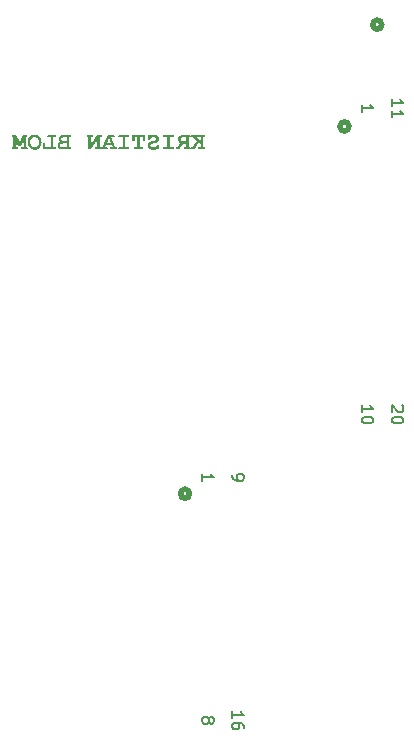
<source format=gbo>
G04 #@! TF.GenerationSoftware,KiCad,Pcbnew,7.0.8-7.0.8~ubuntu22.04.1*
G04 #@! TF.CreationDate,2024-01-26T15:23:50+01:00*
G04 #@! TF.ProjectId,bogie,626f6769-652e-46b6-9963-61645f706362,rev?*
G04 #@! TF.SameCoordinates,Original*
G04 #@! TF.FileFunction,Legend,Bot*
G04 #@! TF.FilePolarity,Positive*
%FSLAX46Y46*%
G04 Gerber Fmt 4.6, Leading zero omitted, Abs format (unit mm)*
G04 Created by KiCad (PCBNEW 7.0.8-7.0.8~ubuntu22.04.1) date 2024-01-26 15:23:50*
%MOMM*%
%LPD*%
G01*
G04 APERTURE LIST*
%ADD10C,0.300000*%
%ADD11C,0.150000*%
%ADD12C,0.508000*%
%ADD13C,1.397000*%
%ADD14R,1.700000X1.700000*%
%ADD15O,1.700000X1.700000*%
%ADD16C,3.500000*%
%ADD17C,1.600200*%
%ADD18C,1.524000*%
G04 APERTURE END LIST*
D10*
G36*
X93616765Y-44114748D02*
G01*
X93599907Y-44115160D01*
X93584136Y-44116397D01*
X93569453Y-44118458D01*
X93549467Y-44123095D01*
X93531929Y-44129586D01*
X93516838Y-44137932D01*
X93504194Y-44148133D01*
X93493997Y-44160189D01*
X93486248Y-44174099D01*
X93480945Y-44189864D01*
X93478090Y-44207484D01*
X93477547Y-44220261D01*
X93478770Y-44239117D01*
X93482441Y-44256119D01*
X93488559Y-44271266D01*
X93497124Y-44284558D01*
X93508137Y-44295996D01*
X93521596Y-44305578D01*
X93537503Y-44313306D01*
X93555857Y-44319180D01*
X93576658Y-44323198D01*
X93591885Y-44324847D01*
X93608200Y-44325671D01*
X93616765Y-44325774D01*
X93690771Y-44325774D01*
X93690771Y-44640115D01*
X93314881Y-44317348D01*
X93330251Y-44310335D01*
X93343572Y-44301938D01*
X93354843Y-44292154D01*
X93366051Y-44277978D01*
X93374056Y-44261636D01*
X93378155Y-44247004D01*
X93380204Y-44230987D01*
X93380460Y-44222459D01*
X93379236Y-44203210D01*
X93375566Y-44185854D01*
X93369448Y-44170392D01*
X93360882Y-44156823D01*
X93349870Y-44145147D01*
X93336410Y-44135365D01*
X93320504Y-44127476D01*
X93302150Y-44121480D01*
X93281349Y-44117378D01*
X93266122Y-44115695D01*
X93249807Y-44114853D01*
X93241242Y-44114748D01*
X93030216Y-44114748D01*
X93013357Y-44115160D01*
X92997587Y-44116397D01*
X92982903Y-44118458D01*
X92962918Y-44123095D01*
X92945380Y-44129586D01*
X92930289Y-44137932D01*
X92917645Y-44148133D01*
X92907448Y-44160189D01*
X92899699Y-44174099D01*
X92894396Y-44189864D01*
X92891541Y-44207484D01*
X92890997Y-44220261D01*
X92892147Y-44239117D01*
X92895596Y-44256119D01*
X92901343Y-44271266D01*
X92909390Y-44284558D01*
X92919736Y-44295996D01*
X92932381Y-44305578D01*
X92947325Y-44313306D01*
X92964568Y-44319180D01*
X92984110Y-44323198D01*
X93005951Y-44325362D01*
X93021789Y-44325774D01*
X93392916Y-44648541D01*
X93367567Y-44663060D01*
X93355046Y-44671110D01*
X93342627Y-44679688D01*
X93330311Y-44688793D01*
X93318097Y-44698425D01*
X93305985Y-44708585D01*
X93293975Y-44719272D01*
X93282068Y-44730487D01*
X93270263Y-44742229D01*
X93258561Y-44754498D01*
X93246960Y-44767295D01*
X93235462Y-44780619D01*
X93224067Y-44794470D01*
X93212774Y-44808849D01*
X93201583Y-44823755D01*
X93190494Y-44839188D01*
X93179508Y-44855149D01*
X93168624Y-44871637D01*
X93157842Y-44888653D01*
X93147163Y-44906196D01*
X93136586Y-44924266D01*
X93126111Y-44942864D01*
X93115739Y-44961989D01*
X93105469Y-44981641D01*
X93095301Y-45001821D01*
X93085236Y-45022528D01*
X93075273Y-45043762D01*
X93065412Y-45065524D01*
X93055654Y-45087813D01*
X93045998Y-45110630D01*
X93036444Y-45133974D01*
X92969033Y-45133974D01*
X92952130Y-45134386D01*
X92936318Y-45135622D01*
X92921596Y-45137683D01*
X92901558Y-45142320D01*
X92883974Y-45148811D01*
X92868843Y-45157158D01*
X92856166Y-45167359D01*
X92845942Y-45179414D01*
X92838172Y-45193325D01*
X92832856Y-45209090D01*
X92829993Y-45226710D01*
X92829448Y-45239487D01*
X92830675Y-45258343D01*
X92834355Y-45275344D01*
X92840490Y-45290491D01*
X92849077Y-45303784D01*
X92860119Y-45315221D01*
X92873614Y-45324804D01*
X92889562Y-45332532D01*
X92907965Y-45338405D01*
X92928821Y-45342424D01*
X92944088Y-45344072D01*
X92960445Y-45344896D01*
X92969033Y-45345000D01*
X93200942Y-45345000D01*
X93205588Y-45330973D01*
X93215011Y-45303390D01*
X93224605Y-45276433D01*
X93234371Y-45250104D01*
X93244309Y-45224401D01*
X93254418Y-45199325D01*
X93264699Y-45174876D01*
X93275152Y-45151054D01*
X93285776Y-45127858D01*
X93296573Y-45105290D01*
X93307541Y-45083348D01*
X93318680Y-45062033D01*
X93329992Y-45041345D01*
X93341475Y-45021283D01*
X93353130Y-45001849D01*
X93364957Y-44983041D01*
X93370935Y-44973872D01*
X93382937Y-44956100D01*
X93394949Y-44939234D01*
X93406969Y-44923276D01*
X93418997Y-44908225D01*
X93431034Y-44894081D01*
X93443080Y-44880845D01*
X93455134Y-44868516D01*
X93467197Y-44857094D01*
X93479268Y-44846580D01*
X93491348Y-44836972D01*
X93503437Y-44828273D01*
X93521586Y-44816924D01*
X93539754Y-44807618D01*
X93557942Y-44800352D01*
X93564009Y-44798384D01*
X93690771Y-44906095D01*
X93690771Y-45133974D01*
X93616765Y-45133974D01*
X93599907Y-45134386D01*
X93584136Y-45135622D01*
X93569453Y-45137683D01*
X93549467Y-45142320D01*
X93531929Y-45148811D01*
X93516838Y-45157158D01*
X93504194Y-45167359D01*
X93493997Y-45179414D01*
X93486248Y-45193325D01*
X93480945Y-45209090D01*
X93478090Y-45226710D01*
X93477547Y-45239487D01*
X93478770Y-45258343D01*
X93482441Y-45275344D01*
X93488559Y-45290491D01*
X93497124Y-45303784D01*
X93508137Y-45315221D01*
X93521596Y-45324804D01*
X93537503Y-45332532D01*
X93555857Y-45338405D01*
X93576658Y-45342424D01*
X93591885Y-45344072D01*
X93608200Y-45344896D01*
X93616765Y-45345000D01*
X93933304Y-45345000D01*
X93950162Y-45344587D01*
X93965933Y-45343351D01*
X93980616Y-45341290D01*
X94000602Y-45336653D01*
X94018140Y-45330162D01*
X94033231Y-45321816D01*
X94045875Y-45311615D01*
X94056072Y-45299559D01*
X94063821Y-45285648D01*
X94069123Y-45269883D01*
X94071978Y-45252264D01*
X94072522Y-45239487D01*
X94071299Y-45220630D01*
X94067628Y-45203629D01*
X94061510Y-45188482D01*
X94052945Y-45175190D01*
X94041932Y-45163752D01*
X94028473Y-45154170D01*
X94012566Y-45146442D01*
X93994212Y-45140568D01*
X93973411Y-45136550D01*
X93958184Y-45134901D01*
X93941869Y-45134077D01*
X93933304Y-45133974D01*
X93901796Y-45133974D01*
X93901796Y-44325774D01*
X93933304Y-44325774D01*
X93950162Y-44325362D01*
X93965933Y-44324125D01*
X93980616Y-44322065D01*
X94000602Y-44317428D01*
X94018140Y-44310936D01*
X94033231Y-44302590D01*
X94045875Y-44292389D01*
X94056072Y-44280333D01*
X94063821Y-44266423D01*
X94069123Y-44250658D01*
X94071978Y-44233038D01*
X94072522Y-44220261D01*
X94071961Y-44205578D01*
X94069682Y-44188947D01*
X94065650Y-44174230D01*
X94058497Y-44159096D01*
X94048820Y-44146718D01*
X94036618Y-44137096D01*
X94022047Y-44129502D01*
X94008212Y-44124373D01*
X93992838Y-44120335D01*
X93975926Y-44117389D01*
X93961288Y-44115818D01*
X93945666Y-44114945D01*
X93933304Y-44114748D01*
X93616765Y-44114748D01*
G37*
G36*
X92708088Y-44114945D02*
G01*
X92723710Y-44115818D01*
X92738347Y-44117389D01*
X92755259Y-44120335D01*
X92770633Y-44124373D01*
X92784468Y-44129502D01*
X92799040Y-44137096D01*
X92811242Y-44146718D01*
X92820919Y-44159096D01*
X92828071Y-44174230D01*
X92832104Y-44188947D01*
X92834383Y-44205578D01*
X92834944Y-44220261D01*
X92834400Y-44233038D01*
X92831545Y-44250658D01*
X92826243Y-44266423D01*
X92818493Y-44280333D01*
X92808296Y-44292389D01*
X92795653Y-44302590D01*
X92780561Y-44310936D01*
X92763023Y-44317428D01*
X92743038Y-44322065D01*
X92728355Y-44324125D01*
X92712584Y-44325362D01*
X92695725Y-44325774D01*
X92663852Y-44325774D01*
X92663852Y-45133974D01*
X92695725Y-45133974D01*
X92704290Y-45134077D01*
X92720605Y-45134901D01*
X92735832Y-45136550D01*
X92756633Y-45140568D01*
X92774987Y-45146442D01*
X92790894Y-45154170D01*
X92804354Y-45163752D01*
X92815366Y-45175190D01*
X92823931Y-45188482D01*
X92830049Y-45203629D01*
X92833720Y-45220630D01*
X92834944Y-45239487D01*
X92834400Y-45252264D01*
X92831545Y-45269883D01*
X92826243Y-45285648D01*
X92818493Y-45299559D01*
X92808296Y-45311615D01*
X92795653Y-45321816D01*
X92780561Y-45330162D01*
X92763023Y-45336653D01*
X92743038Y-45341290D01*
X92728355Y-45343351D01*
X92712584Y-45344587D01*
X92695725Y-45345000D01*
X92379187Y-45345000D01*
X92370599Y-45344896D01*
X92354241Y-45344072D01*
X92338974Y-45342424D01*
X92318118Y-45338405D01*
X92299716Y-45332532D01*
X92283767Y-45324804D01*
X92270272Y-45315221D01*
X92259231Y-45303784D01*
X92250643Y-45290491D01*
X92244509Y-45275344D01*
X92240829Y-45258343D01*
X92239602Y-45239487D01*
X92240147Y-45226710D01*
X92243010Y-45209090D01*
X92248326Y-45193325D01*
X92256096Y-45179414D01*
X92266319Y-45167359D01*
X92278996Y-45157158D01*
X92294127Y-45148811D01*
X92311711Y-45142320D01*
X92331750Y-45137683D01*
X92346471Y-45135622D01*
X92362284Y-45134386D01*
X92379187Y-45133974D01*
X92452826Y-45133974D01*
X92452826Y-44876420D01*
X92250226Y-44876420D01*
X92241590Y-44879831D01*
X92227846Y-44886752D01*
X92213155Y-44895837D01*
X92197517Y-44907085D01*
X92180933Y-44920498D01*
X92169351Y-44930642D01*
X92157349Y-44941747D01*
X92144925Y-44953814D01*
X92132081Y-44966843D01*
X92118816Y-44980833D01*
X92105130Y-44995786D01*
X92091024Y-45011700D01*
X92076497Y-45028575D01*
X92061549Y-45046413D01*
X92046515Y-45064752D01*
X92031822Y-45083135D01*
X92017469Y-45101560D01*
X92003457Y-45120029D01*
X91989786Y-45138540D01*
X91976455Y-45157095D01*
X91963465Y-45175692D01*
X91950815Y-45194332D01*
X91938506Y-45213015D01*
X91926538Y-45231741D01*
X91914910Y-45250510D01*
X91903623Y-45269322D01*
X91892676Y-45288177D01*
X91882070Y-45307075D01*
X91871805Y-45326016D01*
X91861880Y-45345000D01*
X91695184Y-45345000D01*
X91686619Y-45344896D01*
X91670305Y-45344072D01*
X91655078Y-45342424D01*
X91634276Y-45338405D01*
X91615922Y-45332532D01*
X91600016Y-45324804D01*
X91586556Y-45315221D01*
X91575544Y-45303784D01*
X91566978Y-45290491D01*
X91560860Y-45275344D01*
X91557190Y-45258343D01*
X91555966Y-45239487D01*
X91556510Y-45226710D01*
X91559365Y-45209090D01*
X91564667Y-45193325D01*
X91572417Y-45179414D01*
X91582613Y-45167359D01*
X91595257Y-45157158D01*
X91610348Y-45148811D01*
X91627886Y-45142320D01*
X91647872Y-45137683D01*
X91662555Y-45135622D01*
X91678326Y-45134386D01*
X91695184Y-45133974D01*
X91722662Y-45133974D01*
X91730730Y-45121256D01*
X91738813Y-45108705D01*
X91746913Y-45096318D01*
X91755028Y-45084097D01*
X91771305Y-45060150D01*
X91787646Y-45036864D01*
X91804049Y-45014240D01*
X91820515Y-44992277D01*
X91837045Y-44970974D01*
X91853637Y-44950334D01*
X91870292Y-44930354D01*
X91887010Y-44911035D01*
X91903792Y-44892378D01*
X91920636Y-44874382D01*
X91937543Y-44857047D01*
X91954513Y-44840373D01*
X91971546Y-44824360D01*
X91988642Y-44809009D01*
X91974622Y-44801155D01*
X91961048Y-44793166D01*
X91947918Y-44785041D01*
X91935233Y-44776780D01*
X91911199Y-44759850D01*
X91888945Y-44742376D01*
X91868472Y-44724358D01*
X91849779Y-44705797D01*
X91832866Y-44686692D01*
X91817733Y-44667042D01*
X91804381Y-44646849D01*
X91792809Y-44626113D01*
X91783017Y-44604832D01*
X91775006Y-44583008D01*
X91768775Y-44560639D01*
X91764324Y-44537727D01*
X91761654Y-44514271D01*
X91760764Y-44490272D01*
X91760917Y-44484043D01*
X91984246Y-44484043D01*
X91984332Y-44488895D01*
X91986393Y-44507786D01*
X91991201Y-44525852D01*
X91998757Y-44543094D01*
X92009061Y-44559512D01*
X92018592Y-44571284D01*
X92029669Y-44582593D01*
X92042292Y-44593438D01*
X92056460Y-44603819D01*
X92072173Y-44613736D01*
X92083294Y-44619992D01*
X92100636Y-44628618D01*
X92118770Y-44636337D01*
X92137696Y-44643147D01*
X92157414Y-44649049D01*
X92177925Y-44654043D01*
X92199227Y-44658129D01*
X92213869Y-44660349D01*
X92228863Y-44662165D01*
X92244208Y-44663578D01*
X92259906Y-44664587D01*
X92275956Y-44665192D01*
X92292358Y-44665394D01*
X92452826Y-44665394D01*
X92452826Y-44325774D01*
X92216521Y-44325774D01*
X92204020Y-44325952D01*
X92185789Y-44326883D01*
X92168184Y-44328613D01*
X92151202Y-44331142D01*
X92134846Y-44334470D01*
X92119114Y-44338595D01*
X92104007Y-44343520D01*
X92089524Y-44349243D01*
X92075667Y-44355764D01*
X92062433Y-44363085D01*
X92049825Y-44371203D01*
X92034455Y-44382904D01*
X92021134Y-44395292D01*
X92009863Y-44408366D01*
X92000641Y-44422128D01*
X91993468Y-44436576D01*
X91988345Y-44451712D01*
X91985271Y-44467534D01*
X91984246Y-44484043D01*
X91760917Y-44484043D01*
X91761270Y-44469678D01*
X91762790Y-44449571D01*
X91765323Y-44429950D01*
X91768869Y-44410816D01*
X91773429Y-44392169D01*
X91779002Y-44374008D01*
X91785588Y-44356334D01*
X91793187Y-44339146D01*
X91801799Y-44322445D01*
X91811425Y-44306231D01*
X91822064Y-44290503D01*
X91833716Y-44275262D01*
X91846381Y-44260507D01*
X91860060Y-44246239D01*
X91874752Y-44232457D01*
X91890457Y-44219162D01*
X91906962Y-44206518D01*
X91924053Y-44194690D01*
X91941732Y-44183678D01*
X91959997Y-44173481D01*
X91978849Y-44164100D01*
X91998288Y-44155535D01*
X92018313Y-44147785D01*
X92038926Y-44140852D01*
X92060125Y-44134734D01*
X92081911Y-44129431D01*
X92104283Y-44124945D01*
X92127242Y-44121274D01*
X92150788Y-44118419D01*
X92174921Y-44116380D01*
X92199641Y-44115156D01*
X92224947Y-44114748D01*
X92695725Y-44114748D01*
X92708088Y-44114945D01*
G37*
G36*
X90630530Y-45133974D02*
G01*
X90614169Y-45134323D01*
X90598794Y-45135370D01*
X90580958Y-45137662D01*
X90564662Y-45141045D01*
X90549903Y-45145519D01*
X90534224Y-45152328D01*
X90527215Y-45156322D01*
X90515013Y-45165943D01*
X90505336Y-45178321D01*
X90498184Y-45193455D01*
X90494151Y-45208172D01*
X90491872Y-45224803D01*
X90491311Y-45239487D01*
X90492535Y-45258343D01*
X90496206Y-45275344D01*
X90502324Y-45290491D01*
X90510889Y-45303784D01*
X90521901Y-45315221D01*
X90535361Y-45324804D01*
X90551268Y-45332532D01*
X90569622Y-45338405D01*
X90590423Y-45342424D01*
X90605650Y-45344072D01*
X90621965Y-45344896D01*
X90630530Y-45345000D01*
X91268004Y-45345000D01*
X91284862Y-45344587D01*
X91300633Y-45343351D01*
X91315316Y-45341290D01*
X91335302Y-45336653D01*
X91352840Y-45330162D01*
X91367931Y-45321816D01*
X91380575Y-45311615D01*
X91390771Y-45299559D01*
X91398521Y-45285648D01*
X91403823Y-45269883D01*
X91406678Y-45252264D01*
X91407222Y-45239487D01*
X91406661Y-45224803D01*
X91404382Y-45208172D01*
X91400350Y-45193455D01*
X91393197Y-45178321D01*
X91383520Y-45165943D01*
X91371318Y-45156322D01*
X91356747Y-45148727D01*
X91342912Y-45143598D01*
X91327538Y-45139561D01*
X91310626Y-45136614D01*
X91295988Y-45135043D01*
X91280366Y-45134170D01*
X91268004Y-45133974D01*
X91054780Y-45133974D01*
X91054780Y-44325774D01*
X91268004Y-44325774D01*
X91284862Y-44325362D01*
X91300633Y-44324125D01*
X91315316Y-44322065D01*
X91335302Y-44317428D01*
X91352840Y-44310936D01*
X91367931Y-44302590D01*
X91380575Y-44292389D01*
X91390771Y-44280333D01*
X91398521Y-44266423D01*
X91403823Y-44250658D01*
X91406678Y-44233038D01*
X91407222Y-44220261D01*
X91406661Y-44205578D01*
X91404382Y-44188947D01*
X91400350Y-44174230D01*
X91393197Y-44159096D01*
X91383520Y-44146718D01*
X91371318Y-44137096D01*
X91356747Y-44129502D01*
X91342912Y-44124373D01*
X91327538Y-44120335D01*
X91310626Y-44117389D01*
X91295988Y-44115818D01*
X91280366Y-44114945D01*
X91268004Y-44114748D01*
X90630530Y-44114748D01*
X90614169Y-44115097D01*
X90598794Y-44116145D01*
X90580958Y-44118437D01*
X90564662Y-44121819D01*
X90549903Y-44126293D01*
X90534224Y-44133103D01*
X90527215Y-44137096D01*
X90515013Y-44146718D01*
X90505336Y-44159096D01*
X90498184Y-44174230D01*
X90494151Y-44188947D01*
X90491872Y-44205578D01*
X90491311Y-44220261D01*
X90492535Y-44239117D01*
X90496206Y-44256119D01*
X90502324Y-44271266D01*
X90510889Y-44284558D01*
X90521901Y-44295996D01*
X90535361Y-44305578D01*
X90551268Y-44313306D01*
X90569622Y-44319180D01*
X90590423Y-44323198D01*
X90605650Y-44324847D01*
X90621965Y-44325671D01*
X90630530Y-44325774D01*
X90843754Y-44325774D01*
X90843754Y-45133974D01*
X90630530Y-45133974D01*
G37*
G36*
X89335799Y-44085073D02*
G01*
X89320715Y-44085634D01*
X89303743Y-44087913D01*
X89288865Y-44091945D01*
X89273774Y-44099098D01*
X89261697Y-44108775D01*
X89252634Y-44120976D01*
X89245786Y-44135548D01*
X89240355Y-44152335D01*
X89236911Y-44168016D01*
X89234452Y-44185236D01*
X89233192Y-44200120D01*
X89232563Y-44215988D01*
X89232484Y-44224291D01*
X89232484Y-44410038D01*
X89232887Y-44427163D01*
X89234098Y-44443182D01*
X89236116Y-44458097D01*
X89240656Y-44478398D01*
X89247012Y-44496214D01*
X89255185Y-44511543D01*
X89265173Y-44524386D01*
X89276978Y-44534744D01*
X89290598Y-44542616D01*
X89306035Y-44548002D01*
X89323288Y-44550902D01*
X89335799Y-44551454D01*
X89350954Y-44550810D01*
X89365700Y-44548704D01*
X89366573Y-44548524D01*
X89381250Y-44543962D01*
X89389654Y-44540097D01*
X89401683Y-44531149D01*
X89407606Y-44525076D01*
X89417287Y-44513537D01*
X89420429Y-44509323D01*
X89426949Y-44495790D01*
X89428855Y-44490638D01*
X89433134Y-44476180D01*
X89433984Y-44472686D01*
X89437404Y-44457675D01*
X89438381Y-44453635D01*
X89441171Y-44439038D01*
X89441311Y-44437515D01*
X89445902Y-44422053D01*
X89452165Y-44407359D01*
X89460099Y-44393431D01*
X89469705Y-44380271D01*
X89480982Y-44367877D01*
X89493931Y-44356251D01*
X89508551Y-44345392D01*
X89524842Y-44335300D01*
X89537959Y-44328294D01*
X89551616Y-44321977D01*
X89565814Y-44316350D01*
X89580553Y-44311411D01*
X89595833Y-44307162D01*
X89611654Y-44303602D01*
X89628016Y-44300731D01*
X89644918Y-44298549D01*
X89662362Y-44297056D01*
X89680347Y-44296252D01*
X89692637Y-44296099D01*
X89710930Y-44296508D01*
X89728714Y-44297734D01*
X89745989Y-44299779D01*
X89762756Y-44302642D01*
X89779014Y-44306322D01*
X89794763Y-44310820D01*
X89810003Y-44316137D01*
X89824735Y-44322271D01*
X89838957Y-44329223D01*
X89852671Y-44336993D01*
X89861531Y-44342627D01*
X89873971Y-44351534D01*
X89888654Y-44363982D01*
X89901162Y-44377083D01*
X89911495Y-44390836D01*
X89919652Y-44405241D01*
X89925634Y-44420299D01*
X89929441Y-44436010D01*
X89931072Y-44452373D01*
X89931140Y-44456566D01*
X89930053Y-44474009D01*
X89926790Y-44490432D01*
X89921352Y-44505836D01*
X89913738Y-44520222D01*
X89903949Y-44533589D01*
X89891985Y-44545936D01*
X89877846Y-44557265D01*
X89861531Y-44567575D01*
X89848211Y-44574618D01*
X89834492Y-44581184D01*
X89820373Y-44587274D01*
X89805855Y-44592888D01*
X89790938Y-44598025D01*
X89775622Y-44602685D01*
X89759906Y-44606869D01*
X89743791Y-44610577D01*
X89727277Y-44613807D01*
X89710363Y-44616561D01*
X89698866Y-44618133D01*
X89681299Y-44620433D01*
X89663360Y-44623074D01*
X89645046Y-44626057D01*
X89626360Y-44629381D01*
X89607299Y-44633047D01*
X89587866Y-44637053D01*
X89568058Y-44641402D01*
X89547878Y-44646091D01*
X89527323Y-44651122D01*
X89506395Y-44656494D01*
X89492236Y-44660265D01*
X89471297Y-44666163D01*
X89451209Y-44672453D01*
X89431971Y-44679137D01*
X89413582Y-44686214D01*
X89396044Y-44693683D01*
X89379356Y-44701545D01*
X89363518Y-44709800D01*
X89348530Y-44718448D01*
X89334392Y-44727489D01*
X89321104Y-44736922D01*
X89312718Y-44743429D01*
X89297634Y-44756096D01*
X89283523Y-44769275D01*
X89270385Y-44782967D01*
X89258221Y-44797170D01*
X89247030Y-44811887D01*
X89236811Y-44827115D01*
X89227567Y-44842856D01*
X89219295Y-44859109D01*
X89211996Y-44875874D01*
X89205671Y-44893152D01*
X89200318Y-44910942D01*
X89195939Y-44929245D01*
X89192533Y-44948060D01*
X89190100Y-44967387D01*
X89188640Y-44987226D01*
X89188154Y-45007578D01*
X89188673Y-45027894D01*
X89190232Y-45047718D01*
X89192829Y-45067049D01*
X89196466Y-45085888D01*
X89201141Y-45104235D01*
X89206855Y-45122090D01*
X89213609Y-45139452D01*
X89221401Y-45156322D01*
X89230233Y-45172700D01*
X89240103Y-45188585D01*
X89251012Y-45203978D01*
X89262961Y-45218879D01*
X89275948Y-45233287D01*
X89289974Y-45247203D01*
X89305040Y-45260627D01*
X89321144Y-45273558D01*
X89338097Y-45285803D01*
X89355708Y-45297258D01*
X89373978Y-45307922D01*
X89392906Y-45317797D01*
X89412492Y-45326882D01*
X89432736Y-45335176D01*
X89453639Y-45342681D01*
X89475200Y-45349396D01*
X89497420Y-45355321D01*
X89520297Y-45360455D01*
X89543833Y-45364800D01*
X89568028Y-45368355D01*
X89592880Y-45371120D01*
X89618391Y-45373095D01*
X89644561Y-45374280D01*
X89671388Y-45374675D01*
X89693197Y-45374353D01*
X89714842Y-45373387D01*
X89736325Y-45371777D01*
X89757644Y-45369523D01*
X89778800Y-45366625D01*
X89799793Y-45363083D01*
X89820623Y-45358897D01*
X89841290Y-45354067D01*
X89861793Y-45348593D01*
X89882134Y-45342475D01*
X89902311Y-45335713D01*
X89922325Y-45328307D01*
X89942176Y-45320257D01*
X89961864Y-45311563D01*
X89981388Y-45302225D01*
X90000750Y-45292243D01*
X90011283Y-45304093D01*
X90021816Y-45314362D01*
X90034982Y-45324978D01*
X90048148Y-45333124D01*
X90063948Y-45339641D01*
X90079747Y-45342604D01*
X90085013Y-45342801D01*
X90104263Y-45341578D01*
X90121618Y-45337907D01*
X90137081Y-45331789D01*
X90150650Y-45323224D01*
X90162326Y-45312211D01*
X90172108Y-45298752D01*
X90179997Y-45282845D01*
X90185993Y-45264491D01*
X90190095Y-45243690D01*
X90191778Y-45228463D01*
X90192619Y-45212148D01*
X90192725Y-45203583D01*
X90192725Y-45064364D01*
X90192364Y-45047506D01*
X90191282Y-45031735D01*
X90189479Y-45017052D01*
X90186210Y-45000227D01*
X90181815Y-44985102D01*
X90175053Y-44969196D01*
X90169644Y-44959951D01*
X90159602Y-44948123D01*
X90147061Y-44938742D01*
X90132021Y-44931808D01*
X90117579Y-44927899D01*
X90101403Y-44925690D01*
X90087212Y-44925146D01*
X90072277Y-44925872D01*
X90057411Y-44928276D01*
X90052407Y-44929542D01*
X90037936Y-44934672D01*
X90026029Y-44941999D01*
X90014575Y-44951618D01*
X90008077Y-44957752D01*
X89999407Y-44969736D01*
X89995621Y-44977903D01*
X89989828Y-44991727D01*
X89987927Y-44996953D01*
X89983519Y-45011219D01*
X89982798Y-45013806D01*
X89979501Y-45026263D01*
X89974715Y-45040287D01*
X89967685Y-45053786D01*
X89958412Y-45066757D01*
X89946894Y-45079202D01*
X89933133Y-45091121D01*
X89917127Y-45102512D01*
X89903650Y-45110710D01*
X89888911Y-45118612D01*
X89878384Y-45123715D01*
X89861939Y-45130852D01*
X89845167Y-45137287D01*
X89828065Y-45143019D01*
X89810635Y-45148050D01*
X89792877Y-45152379D01*
X89774790Y-45156006D01*
X89756375Y-45158930D01*
X89737631Y-45161153D01*
X89718559Y-45162674D01*
X89699159Y-45163493D01*
X89686043Y-45163649D01*
X89664255Y-45163240D01*
X89643131Y-45162013D01*
X89622670Y-45159969D01*
X89602872Y-45157106D01*
X89583738Y-45153426D01*
X89565267Y-45148927D01*
X89547459Y-45143611D01*
X89530315Y-45137477D01*
X89513834Y-45130525D01*
X89498016Y-45122755D01*
X89487840Y-45117121D01*
X89473501Y-45108213D01*
X89460573Y-45098939D01*
X89449055Y-45089297D01*
X89435891Y-45075870D01*
X89425235Y-45061791D01*
X89417087Y-45047059D01*
X89411445Y-45031675D01*
X89408311Y-45015638D01*
X89407606Y-45003182D01*
X89408579Y-44987737D01*
X89411499Y-44973094D01*
X89416364Y-44959252D01*
X89423176Y-44946212D01*
X89431935Y-44933973D01*
X89442640Y-44922536D01*
X89455291Y-44911900D01*
X89469888Y-44902065D01*
X89485756Y-44892940D01*
X89502219Y-44884617D01*
X89519278Y-44877095D01*
X89536933Y-44870375D01*
X89555182Y-44864456D01*
X89574027Y-44859338D01*
X89588551Y-44856026D01*
X89603410Y-44853164D01*
X89613503Y-44851507D01*
X89628994Y-44848993D01*
X89644968Y-44846260D01*
X89661426Y-44843309D01*
X89678366Y-44840138D01*
X89695790Y-44836749D01*
X89713696Y-44833140D01*
X89732086Y-44829312D01*
X89750958Y-44825266D01*
X89770313Y-44821001D01*
X89790152Y-44816516D01*
X89803646Y-44813405D01*
X89823599Y-44808506D01*
X89842792Y-44803427D01*
X89861226Y-44798168D01*
X89878899Y-44792728D01*
X89895813Y-44787108D01*
X89911966Y-44781308D01*
X89927360Y-44775327D01*
X89941994Y-44769166D01*
X89955868Y-44762825D01*
X89973184Y-44754090D01*
X89977302Y-44751856D01*
X89992050Y-44742920D01*
X90006205Y-44733424D01*
X90019768Y-44723368D01*
X90032738Y-44712752D01*
X90045116Y-44701575D01*
X90056901Y-44689839D01*
X90068093Y-44677541D01*
X90078694Y-44664684D01*
X90088701Y-44651266D01*
X90098117Y-44637288D01*
X90104064Y-44627658D01*
X90112380Y-44612852D01*
X90119877Y-44597832D01*
X90126556Y-44582601D01*
X90132418Y-44567157D01*
X90137461Y-44551500D01*
X90141687Y-44535631D01*
X90145095Y-44519549D01*
X90147685Y-44503255D01*
X90149457Y-44486748D01*
X90150411Y-44470029D01*
X90150593Y-44458764D01*
X90150082Y-44438916D01*
X90148549Y-44419489D01*
X90145995Y-44400482D01*
X90142418Y-44381897D01*
X90137820Y-44363731D01*
X90132200Y-44345987D01*
X90125558Y-44328664D01*
X90117895Y-44311761D01*
X90109209Y-44295279D01*
X90099502Y-44279217D01*
X90088773Y-44263577D01*
X90077022Y-44248357D01*
X90064249Y-44233558D01*
X90050455Y-44219179D01*
X90035639Y-44205222D01*
X90019801Y-44191685D01*
X90003153Y-44178775D01*
X89985998Y-44166698D01*
X89968336Y-44155453D01*
X89950169Y-44145042D01*
X89931494Y-44135464D01*
X89912313Y-44126718D01*
X89892625Y-44118805D01*
X89872431Y-44111726D01*
X89851730Y-44105479D01*
X89830522Y-44100065D01*
X89808808Y-44095484D01*
X89786587Y-44091736D01*
X89763859Y-44088821D01*
X89740625Y-44086739D01*
X89716885Y-44085489D01*
X89692637Y-44085073D01*
X89672503Y-44085345D01*
X89652767Y-44086160D01*
X89633428Y-44087520D01*
X89614487Y-44089423D01*
X89595944Y-44091871D01*
X89577799Y-44094862D01*
X89560052Y-44098396D01*
X89542703Y-44102475D01*
X89525751Y-44107098D01*
X89509198Y-44112264D01*
X89493042Y-44117974D01*
X89477284Y-44124228D01*
X89461924Y-44131026D01*
X89446961Y-44138367D01*
X89432397Y-44146253D01*
X89418230Y-44154682D01*
X89411911Y-44140596D01*
X89404538Y-44126408D01*
X89396111Y-44113156D01*
X89385578Y-44101034D01*
X89384525Y-44100094D01*
X89371164Y-44091542D01*
X89355937Y-44086848D01*
X89339724Y-44085131D01*
X89335799Y-44085073D01*
G37*
G36*
X88189078Y-45133974D02*
G01*
X88172176Y-45134386D01*
X88156363Y-45135622D01*
X88141641Y-45137683D01*
X88121603Y-45142320D01*
X88104019Y-45148811D01*
X88088888Y-45157158D01*
X88076211Y-45167359D01*
X88065987Y-45179414D01*
X88058218Y-45193325D01*
X88052901Y-45209090D01*
X88050039Y-45226710D01*
X88049494Y-45239487D01*
X88050720Y-45258343D01*
X88054401Y-45275344D01*
X88060535Y-45290491D01*
X88069123Y-45303784D01*
X88080164Y-45315221D01*
X88093659Y-45324804D01*
X88109608Y-45332532D01*
X88128010Y-45338405D01*
X88148866Y-45342424D01*
X88164133Y-45344072D01*
X88180491Y-45344896D01*
X88189078Y-45345000D01*
X88676343Y-45345000D01*
X88693201Y-45344587D01*
X88708972Y-45343351D01*
X88723655Y-45341290D01*
X88743641Y-45336653D01*
X88761179Y-45330162D01*
X88776270Y-45321816D01*
X88788914Y-45311615D01*
X88799111Y-45299559D01*
X88806860Y-45285648D01*
X88812162Y-45269883D01*
X88815017Y-45252264D01*
X88815561Y-45239487D01*
X88815000Y-45224803D01*
X88812721Y-45208172D01*
X88808689Y-45193455D01*
X88801536Y-45178321D01*
X88791859Y-45165943D01*
X88779658Y-45156322D01*
X88765086Y-45148727D01*
X88751251Y-45143598D01*
X88735877Y-45139561D01*
X88718965Y-45136614D01*
X88704327Y-45135043D01*
X88688705Y-45134170D01*
X88676343Y-45133974D01*
X88539323Y-45133974D01*
X88539323Y-44325774D01*
X88765003Y-44325774D01*
X88765003Y-44522145D01*
X88765415Y-44539004D01*
X88766652Y-44554775D01*
X88768712Y-44569458D01*
X88773349Y-44589443D01*
X88779841Y-44606982D01*
X88788187Y-44622073D01*
X88798388Y-44634716D01*
X88810444Y-44644913D01*
X88824354Y-44652663D01*
X88840119Y-44657965D01*
X88857739Y-44660820D01*
X88870516Y-44661364D01*
X88889372Y-44660140D01*
X88906374Y-44656469D01*
X88921521Y-44650351D01*
X88934813Y-44641786D01*
X88946250Y-44630774D01*
X88955833Y-44617314D01*
X88963561Y-44601407D01*
X88969434Y-44583053D01*
X88973453Y-44562252D01*
X88975101Y-44547025D01*
X88975926Y-44530711D01*
X88976029Y-44522145D01*
X88976029Y-44114748D01*
X87887194Y-44114748D01*
X87887194Y-44522145D01*
X87887543Y-44538506D01*
X87888591Y-44553882D01*
X87890883Y-44571717D01*
X87894265Y-44588014D01*
X87898739Y-44602772D01*
X87905549Y-44618451D01*
X87909542Y-44625460D01*
X87919164Y-44637662D01*
X87931541Y-44647339D01*
X87946675Y-44654492D01*
X87961393Y-44658524D01*
X87978024Y-44660803D01*
X87992707Y-44661364D01*
X88011563Y-44660140D01*
X88028565Y-44656469D01*
X88043712Y-44650351D01*
X88057004Y-44641786D01*
X88068441Y-44630774D01*
X88078024Y-44617314D01*
X88085752Y-44601407D01*
X88091625Y-44583053D01*
X88095644Y-44562252D01*
X88097293Y-44547025D01*
X88098117Y-44530711D01*
X88098220Y-44522145D01*
X88098220Y-44325774D01*
X88328297Y-44325774D01*
X88328297Y-45133974D01*
X88189078Y-45133974D01*
G37*
G36*
X86854047Y-45133974D02*
G01*
X86837686Y-45134323D01*
X86822311Y-45135370D01*
X86804475Y-45137662D01*
X86788179Y-45141045D01*
X86773420Y-45145519D01*
X86757741Y-45152328D01*
X86750732Y-45156322D01*
X86738531Y-45165943D01*
X86728853Y-45178321D01*
X86721701Y-45193455D01*
X86717669Y-45208172D01*
X86715390Y-45224803D01*
X86714829Y-45239487D01*
X86716052Y-45258343D01*
X86719723Y-45275344D01*
X86725841Y-45290491D01*
X86734406Y-45303784D01*
X86745419Y-45315221D01*
X86758878Y-45324804D01*
X86774785Y-45332532D01*
X86793139Y-45338405D01*
X86813940Y-45342424D01*
X86829167Y-45344072D01*
X86845482Y-45344896D01*
X86854047Y-45345000D01*
X87491521Y-45345000D01*
X87508379Y-45344587D01*
X87524150Y-45343351D01*
X87538833Y-45341290D01*
X87558819Y-45336653D01*
X87576357Y-45330162D01*
X87591448Y-45321816D01*
X87604092Y-45311615D01*
X87614289Y-45299559D01*
X87622038Y-45285648D01*
X87627340Y-45269883D01*
X87630195Y-45252264D01*
X87630739Y-45239487D01*
X87630178Y-45224803D01*
X87627899Y-45208172D01*
X87623867Y-45193455D01*
X87616714Y-45178321D01*
X87607037Y-45165943D01*
X87594836Y-45156322D01*
X87580264Y-45148727D01*
X87566429Y-45143598D01*
X87551055Y-45139561D01*
X87534143Y-45136614D01*
X87519505Y-45135043D01*
X87503883Y-45134170D01*
X87491521Y-45133974D01*
X87278297Y-45133974D01*
X87278297Y-44325774D01*
X87491521Y-44325774D01*
X87508379Y-44325362D01*
X87524150Y-44324125D01*
X87538833Y-44322065D01*
X87558819Y-44317428D01*
X87576357Y-44310936D01*
X87591448Y-44302590D01*
X87604092Y-44292389D01*
X87614289Y-44280333D01*
X87622038Y-44266423D01*
X87627340Y-44250658D01*
X87630195Y-44233038D01*
X87630739Y-44220261D01*
X87630178Y-44205578D01*
X87627899Y-44188947D01*
X87623867Y-44174230D01*
X87616714Y-44159096D01*
X87607037Y-44146718D01*
X87594836Y-44137096D01*
X87580264Y-44129502D01*
X87566429Y-44124373D01*
X87551055Y-44120335D01*
X87534143Y-44117389D01*
X87519505Y-44115818D01*
X87503883Y-44114945D01*
X87491521Y-44114748D01*
X86854047Y-44114748D01*
X86837686Y-44115097D01*
X86822311Y-44116145D01*
X86804475Y-44118437D01*
X86788179Y-44121819D01*
X86773420Y-44126293D01*
X86757741Y-44133103D01*
X86750732Y-44137096D01*
X86738531Y-44146718D01*
X86728853Y-44159096D01*
X86721701Y-44174230D01*
X86717669Y-44188947D01*
X86715390Y-44205578D01*
X86714829Y-44220261D01*
X86716052Y-44239117D01*
X86719723Y-44256119D01*
X86725841Y-44271266D01*
X86734406Y-44284558D01*
X86745419Y-44295996D01*
X86758878Y-44305578D01*
X86774785Y-44313306D01*
X86793139Y-44319180D01*
X86813940Y-44323198D01*
X86829167Y-44324847D01*
X86845482Y-44325671D01*
X86854047Y-44325774D01*
X87067271Y-44325774D01*
X87067271Y-45133974D01*
X86854047Y-45133974D01*
G37*
G36*
X86268146Y-44114935D02*
G01*
X86283811Y-44115765D01*
X86298526Y-44117259D01*
X86315583Y-44120061D01*
X86331155Y-44123900D01*
X86345243Y-44128776D01*
X86360188Y-44135997D01*
X86372763Y-44145323D01*
X86382736Y-44157636D01*
X86390108Y-44172937D01*
X86394264Y-44187971D01*
X86396613Y-44205080D01*
X86397191Y-44220261D01*
X86396638Y-44233038D01*
X86393738Y-44250658D01*
X86388352Y-44266423D01*
X86380480Y-44280333D01*
X86370123Y-44292389D01*
X86357279Y-44302590D01*
X86341950Y-44310936D01*
X86324135Y-44317428D01*
X86303834Y-44322065D01*
X86288919Y-44324125D01*
X86272899Y-44325362D01*
X86255774Y-44325774D01*
X86122784Y-44325774D01*
X86449947Y-45133974D01*
X86462319Y-45134160D01*
X86477984Y-45134990D01*
X86492699Y-45136485D01*
X86509756Y-45139286D01*
X86525328Y-45143125D01*
X86539416Y-45148001D01*
X86554361Y-45155223D01*
X86566936Y-45164548D01*
X86576910Y-45176861D01*
X86584281Y-45192163D01*
X86588437Y-45207196D01*
X86590786Y-45224305D01*
X86591364Y-45239487D01*
X86590820Y-45252264D01*
X86587965Y-45269883D01*
X86582663Y-45285648D01*
X86574913Y-45299559D01*
X86564716Y-45311615D01*
X86552073Y-45321816D01*
X86536982Y-45330162D01*
X86519443Y-45336653D01*
X86499458Y-45341290D01*
X86484775Y-45343351D01*
X86469004Y-45344587D01*
X86452145Y-45345000D01*
X86171510Y-45345000D01*
X86162945Y-45344896D01*
X86146630Y-45344072D01*
X86131403Y-45342424D01*
X86110602Y-45338405D01*
X86092248Y-45332532D01*
X86076341Y-45324804D01*
X86062882Y-45315221D01*
X86051869Y-45303784D01*
X86043304Y-45290491D01*
X86037186Y-45275344D01*
X86033515Y-45258343D01*
X86032292Y-45239487D01*
X86032836Y-45226710D01*
X86035691Y-45209090D01*
X86040993Y-45193325D01*
X86048743Y-45179414D01*
X86058939Y-45167359D01*
X86071583Y-45157158D01*
X86086674Y-45148811D01*
X86104212Y-45142320D01*
X86124198Y-45137683D01*
X86138881Y-45135622D01*
X86154652Y-45134386D01*
X86171510Y-45133974D01*
X86219870Y-45133974D01*
X86171510Y-45011608D01*
X85669225Y-45011608D01*
X85620498Y-45133974D01*
X85669225Y-45133974D01*
X85681588Y-45134170D01*
X85697210Y-45135043D01*
X85711847Y-45136614D01*
X85728759Y-45139561D01*
X85744133Y-45143598D01*
X85757968Y-45148727D01*
X85772540Y-45156322D01*
X85784741Y-45165943D01*
X85794418Y-45178321D01*
X85801571Y-45193455D01*
X85805603Y-45208172D01*
X85807882Y-45224803D01*
X85808443Y-45239487D01*
X85807900Y-45252264D01*
X85805044Y-45269883D01*
X85799742Y-45285648D01*
X85791993Y-45299559D01*
X85781796Y-45311615D01*
X85769152Y-45321816D01*
X85754061Y-45330162D01*
X85736523Y-45336653D01*
X85716537Y-45341290D01*
X85701854Y-45343351D01*
X85686083Y-45344587D01*
X85669225Y-45345000D01*
X85375767Y-45345000D01*
X85367202Y-45344896D01*
X85350887Y-45344072D01*
X85335660Y-45342424D01*
X85314859Y-45338405D01*
X85296505Y-45332532D01*
X85280598Y-45324804D01*
X85267139Y-45315221D01*
X85256126Y-45303784D01*
X85247561Y-45290491D01*
X85241443Y-45275344D01*
X85237772Y-45258343D01*
X85236549Y-45239487D01*
X85237110Y-45226710D01*
X85240055Y-45209090D01*
X85245525Y-45193325D01*
X85253519Y-45179414D01*
X85264037Y-45167359D01*
X85277081Y-45157158D01*
X85292648Y-45148811D01*
X85310740Y-45142320D01*
X85331357Y-45137683D01*
X85346504Y-45135622D01*
X85362773Y-45134386D01*
X85380163Y-45133974D01*
X85517499Y-44800582D01*
X85755687Y-44800582D01*
X86086880Y-44800582D01*
X85920184Y-44395383D01*
X85755687Y-44800582D01*
X85517499Y-44800582D01*
X85800017Y-44114748D01*
X86255774Y-44114748D01*
X86268146Y-44114935D01*
G37*
G36*
X84178122Y-44114748D02*
G01*
X84161264Y-44115160D01*
X84145493Y-44116397D01*
X84130810Y-44118458D01*
X84110824Y-44123095D01*
X84093286Y-44129586D01*
X84078195Y-44137932D01*
X84065551Y-44148133D01*
X84055355Y-44160189D01*
X84047605Y-44174099D01*
X84042303Y-44189864D01*
X84039448Y-44207484D01*
X84038904Y-44220261D01*
X84040034Y-44239117D01*
X84043425Y-44256119D01*
X84049076Y-44271266D01*
X84056987Y-44284558D01*
X84067159Y-44295996D01*
X84079592Y-44305578D01*
X84094285Y-44313306D01*
X84111238Y-44319180D01*
X84130452Y-44323198D01*
X84151926Y-44325362D01*
X84167498Y-44325774D01*
X84167498Y-45345000D01*
X84376692Y-45345000D01*
X84923307Y-44513719D01*
X84923307Y-45133974D01*
X84849302Y-45133974D01*
X84832941Y-45134323D01*
X84817565Y-45135370D01*
X84799730Y-45137662D01*
X84783433Y-45141045D01*
X84768675Y-45145519D01*
X84752996Y-45152328D01*
X84745987Y-45156322D01*
X84733785Y-45165943D01*
X84724108Y-45178321D01*
X84716955Y-45193455D01*
X84712923Y-45208172D01*
X84710644Y-45224803D01*
X84710083Y-45239487D01*
X84711307Y-45258343D01*
X84714978Y-45275344D01*
X84721096Y-45290491D01*
X84729661Y-45303784D01*
X84740673Y-45315221D01*
X84754133Y-45324804D01*
X84770040Y-45332532D01*
X84788394Y-45338405D01*
X84809195Y-45342424D01*
X84824422Y-45344072D01*
X84840736Y-45344896D01*
X84849302Y-45345000D01*
X85121510Y-45345000D01*
X85138635Y-45344587D01*
X85154655Y-45343351D01*
X85169570Y-45341290D01*
X85189871Y-45336653D01*
X85207686Y-45330162D01*
X85223015Y-45321816D01*
X85235859Y-45311615D01*
X85246217Y-45299559D01*
X85254088Y-45285648D01*
X85259474Y-45269883D01*
X85262375Y-45252264D01*
X85262927Y-45239487D01*
X85261797Y-45220630D01*
X85258406Y-45203629D01*
X85252755Y-45188482D01*
X85244843Y-45175190D01*
X85234671Y-45163752D01*
X85222239Y-45154170D01*
X85207546Y-45146442D01*
X85190593Y-45140568D01*
X85171379Y-45136550D01*
X85149905Y-45134386D01*
X85134333Y-45133974D01*
X85134333Y-44325774D01*
X85165840Y-44325774D01*
X85182699Y-44325362D01*
X85198470Y-44324125D01*
X85213153Y-44322065D01*
X85233138Y-44317428D01*
X85250677Y-44310936D01*
X85265768Y-44302590D01*
X85278412Y-44292389D01*
X85288608Y-44280333D01*
X85296358Y-44266423D01*
X85301660Y-44250658D01*
X85304515Y-44233038D01*
X85305059Y-44220261D01*
X85304498Y-44205578D01*
X85302219Y-44188947D01*
X85298187Y-44174230D01*
X85291034Y-44159096D01*
X85281357Y-44146718D01*
X85269155Y-44137096D01*
X85254584Y-44129502D01*
X85240748Y-44124373D01*
X85225375Y-44120335D01*
X85208462Y-44117389D01*
X85193825Y-44115818D01*
X85178203Y-44114945D01*
X85165840Y-44114748D01*
X84923307Y-44114748D01*
X84378524Y-44941999D01*
X84378524Y-44325774D01*
X84452529Y-44325774D01*
X84469388Y-44325362D01*
X84485158Y-44324125D01*
X84499842Y-44322065D01*
X84519827Y-44317428D01*
X84537365Y-44310936D01*
X84552456Y-44302590D01*
X84565100Y-44292389D01*
X84575297Y-44280333D01*
X84583046Y-44266423D01*
X84588349Y-44250658D01*
X84591204Y-44233038D01*
X84591748Y-44220261D01*
X84591187Y-44205578D01*
X84588908Y-44188947D01*
X84584875Y-44174230D01*
X84577723Y-44159096D01*
X84568046Y-44146718D01*
X84555844Y-44137096D01*
X84541272Y-44129502D01*
X84527437Y-44124373D01*
X84512063Y-44120335D01*
X84495151Y-44117389D01*
X84480514Y-44115818D01*
X84464892Y-44114945D01*
X84452529Y-44114748D01*
X84178122Y-44114748D01*
G37*
G36*
X82611941Y-44114836D02*
G01*
X82627443Y-44115534D01*
X82645564Y-44117389D01*
X82662290Y-44120335D01*
X82677621Y-44124373D01*
X82691556Y-44129502D01*
X82706437Y-44137096D01*
X82718888Y-44146718D01*
X82728762Y-44159096D01*
X82736061Y-44174230D01*
X82740175Y-44188947D01*
X82742501Y-44205578D01*
X82743073Y-44220261D01*
X82742530Y-44233038D01*
X82739675Y-44250658D01*
X82734372Y-44266423D01*
X82726623Y-44280333D01*
X82716426Y-44292389D01*
X82703782Y-44302590D01*
X82688691Y-44310936D01*
X82671153Y-44317428D01*
X82651168Y-44322065D01*
X82636484Y-44324125D01*
X82620714Y-44325362D01*
X82603855Y-44325774D01*
X82572348Y-44325774D01*
X82572348Y-45133974D01*
X82603855Y-45133974D01*
X82612420Y-45134077D01*
X82628735Y-45134901D01*
X82643962Y-45136550D01*
X82664763Y-45140568D01*
X82683117Y-45146442D01*
X82699024Y-45154170D01*
X82712483Y-45163752D01*
X82723496Y-45175190D01*
X82732061Y-45188482D01*
X82738179Y-45203629D01*
X82741850Y-45220630D01*
X82743073Y-45239487D01*
X82742530Y-45252264D01*
X82739675Y-45269883D01*
X82734372Y-45285648D01*
X82726623Y-45299559D01*
X82716426Y-45311615D01*
X82703782Y-45321816D01*
X82688691Y-45330162D01*
X82671153Y-45336653D01*
X82651168Y-45341290D01*
X82636484Y-45343351D01*
X82620714Y-45344587D01*
X82603855Y-45345000D01*
X81981402Y-45345000D01*
X81958198Y-45344637D01*
X81935572Y-45343551D01*
X81913525Y-45341741D01*
X81892055Y-45339206D01*
X81871164Y-45335948D01*
X81850851Y-45331965D01*
X81831116Y-45327258D01*
X81811959Y-45321827D01*
X81793380Y-45315672D01*
X81775379Y-45308792D01*
X81757957Y-45301189D01*
X81741113Y-45292861D01*
X81724847Y-45283810D01*
X81709159Y-45274034D01*
X81694049Y-45263534D01*
X81679518Y-45252309D01*
X81665721Y-45240447D01*
X81652813Y-45228124D01*
X81640796Y-45215339D01*
X81629670Y-45202095D01*
X81619433Y-45188389D01*
X81610086Y-45174222D01*
X81601630Y-45159595D01*
X81594064Y-45144507D01*
X81587387Y-45128958D01*
X81581601Y-45112948D01*
X81576706Y-45096477D01*
X81572700Y-45079546D01*
X81569584Y-45062153D01*
X81567359Y-45044300D01*
X81566024Y-45025986D01*
X81565883Y-45020034D01*
X81776605Y-45020034D01*
X81777446Y-45033832D01*
X81781864Y-45052859D01*
X81790068Y-45069883D01*
X81802060Y-45084904D01*
X81817838Y-45097923D01*
X81830460Y-45105489D01*
X81844765Y-45112165D01*
X81860754Y-45117951D01*
X81878425Y-45122847D01*
X81897780Y-45126852D01*
X81918817Y-45129968D01*
X81941537Y-45132193D01*
X81965940Y-45133529D01*
X81992027Y-45133974D01*
X82361322Y-45133974D01*
X82361322Y-44834288D01*
X82076290Y-44834288D01*
X82067893Y-44834337D01*
X82051410Y-44834735D01*
X82035341Y-44835531D01*
X82019688Y-44836725D01*
X82004449Y-44838316D01*
X81989626Y-44840305D01*
X81968169Y-44844035D01*
X81947645Y-44848660D01*
X81928056Y-44854180D01*
X81909400Y-44860595D01*
X81891679Y-44867906D01*
X81874891Y-44876112D01*
X81859036Y-44885212D01*
X81853965Y-44888405D01*
X81839716Y-44898379D01*
X81826917Y-44908944D01*
X81815567Y-44920103D01*
X81805665Y-44931854D01*
X81797213Y-44944197D01*
X81790209Y-44957133D01*
X81783125Y-44975302D01*
X81779503Y-44989620D01*
X81777329Y-45004531D01*
X81776605Y-45020034D01*
X81565883Y-45020034D01*
X81565579Y-45007212D01*
X81565797Y-44995156D01*
X81567546Y-44971529D01*
X81571044Y-44948545D01*
X81576290Y-44926205D01*
X81583285Y-44904510D01*
X81592030Y-44883458D01*
X81602522Y-44863051D01*
X81614764Y-44843287D01*
X81628755Y-44824167D01*
X81644494Y-44805692D01*
X81661982Y-44787860D01*
X81681219Y-44770672D01*
X81702205Y-44754129D01*
X81724940Y-44738229D01*
X81749423Y-44722973D01*
X81762321Y-44715587D01*
X81775655Y-44708362D01*
X81789427Y-44701297D01*
X81773323Y-44688259D01*
X81758258Y-44674971D01*
X81744231Y-44661434D01*
X81731244Y-44647648D01*
X81719296Y-44633613D01*
X81708386Y-44619329D01*
X81698516Y-44604796D01*
X81689685Y-44590014D01*
X81681892Y-44574983D01*
X81675139Y-44559703D01*
X81669424Y-44544174D01*
X81664749Y-44528396D01*
X81661112Y-44512369D01*
X81658515Y-44496093D01*
X81656957Y-44479568D01*
X81656437Y-44462794D01*
X81656482Y-44460963D01*
X81867463Y-44460963D01*
X81867532Y-44465402D01*
X81869189Y-44482653D01*
X81873056Y-44499091D01*
X81879132Y-44514715D01*
X81887419Y-44529527D01*
X81897914Y-44543526D01*
X81910620Y-44556713D01*
X81925535Y-44569086D01*
X81938171Y-44577833D01*
X81947179Y-44583334D01*
X81961323Y-44590920D01*
X81976227Y-44597708D01*
X81991891Y-44603697D01*
X82008316Y-44608888D01*
X82025500Y-44613280D01*
X82043444Y-44616873D01*
X82062148Y-44619668D01*
X82081611Y-44621665D01*
X82101835Y-44622863D01*
X82122819Y-44623262D01*
X82361322Y-44623262D01*
X82361322Y-44325774D01*
X82080321Y-44325774D01*
X82074179Y-44325809D01*
X82056249Y-44326335D01*
X82039060Y-44327492D01*
X82022611Y-44329280D01*
X82006903Y-44331700D01*
X81991935Y-44334750D01*
X81973130Y-44339799D01*
X81955642Y-44345970D01*
X81939471Y-44353263D01*
X81924616Y-44361678D01*
X81921099Y-44363949D01*
X81908151Y-44373569D01*
X81896988Y-44384047D01*
X81885546Y-44398353D01*
X81876895Y-44414000D01*
X81871035Y-44430989D01*
X81868356Y-44445547D01*
X81867463Y-44460963D01*
X81656482Y-44460963D01*
X81656895Y-44444263D01*
X81658269Y-44426129D01*
X81660559Y-44408394D01*
X81663764Y-44391056D01*
X81667886Y-44374116D01*
X81672923Y-44357573D01*
X81678877Y-44341429D01*
X81685746Y-44325683D01*
X81693531Y-44310334D01*
X81702233Y-44295383D01*
X81711850Y-44280830D01*
X81722383Y-44266675D01*
X81733831Y-44252918D01*
X81746196Y-44239558D01*
X81759477Y-44226597D01*
X81773674Y-44214033D01*
X81788527Y-44202010D01*
X81803870Y-44190763D01*
X81819702Y-44180292D01*
X81836024Y-44170596D01*
X81852835Y-44161676D01*
X81870136Y-44153531D01*
X81887926Y-44146163D01*
X81906206Y-44139569D01*
X81924975Y-44133752D01*
X81944233Y-44128710D01*
X81963981Y-44124444D01*
X81984219Y-44120954D01*
X82004945Y-44118239D01*
X82026162Y-44116300D01*
X82047867Y-44115136D01*
X82070062Y-44114748D01*
X82603855Y-44114748D01*
X82611941Y-44114836D01*
G37*
G36*
X80412264Y-44798384D02*
G01*
X80397581Y-44798945D01*
X80380949Y-44801224D01*
X80366232Y-44805256D01*
X80351098Y-44812409D01*
X80338721Y-44822086D01*
X80329099Y-44834288D01*
X80321504Y-44848937D01*
X80316376Y-44862954D01*
X80312338Y-44878618D01*
X80309392Y-44895927D01*
X80307820Y-44910959D01*
X80306947Y-44927045D01*
X80306751Y-44939801D01*
X80306751Y-45345000D01*
X81302896Y-45345000D01*
X81319754Y-45344587D01*
X81335525Y-45343351D01*
X81350208Y-45341290D01*
X81370193Y-45336653D01*
X81387732Y-45330162D01*
X81402823Y-45321816D01*
X81415467Y-45311615D01*
X81425663Y-45299559D01*
X81433413Y-45285648D01*
X81438715Y-45269883D01*
X81441570Y-45252264D01*
X81442114Y-45239487D01*
X81441553Y-45224803D01*
X81439274Y-45208172D01*
X81435242Y-45193455D01*
X81428089Y-45178321D01*
X81418412Y-45165943D01*
X81406210Y-45156322D01*
X81391639Y-45148727D01*
X81377803Y-45143598D01*
X81362430Y-45139561D01*
X81345518Y-45136614D01*
X81330880Y-45135043D01*
X81315258Y-45134170D01*
X81302896Y-45133974D01*
X81182362Y-45133974D01*
X81182362Y-44325774D01*
X81302896Y-44325774D01*
X81319754Y-44325362D01*
X81335525Y-44324125D01*
X81350208Y-44322065D01*
X81370193Y-44317428D01*
X81387732Y-44310936D01*
X81402823Y-44302590D01*
X81415467Y-44292389D01*
X81425663Y-44280333D01*
X81433413Y-44266423D01*
X81438715Y-44250658D01*
X81441570Y-44233038D01*
X81442114Y-44220261D01*
X81441553Y-44205578D01*
X81439274Y-44188947D01*
X81435242Y-44174230D01*
X81428089Y-44159096D01*
X81418412Y-44146718D01*
X81406210Y-44137096D01*
X81391639Y-44129502D01*
X81377803Y-44124373D01*
X81362430Y-44120335D01*
X81345518Y-44117389D01*
X81330880Y-44115818D01*
X81315258Y-44114945D01*
X81302896Y-44114748D01*
X80851168Y-44114748D01*
X80834310Y-44115160D01*
X80818539Y-44116397D01*
X80803856Y-44118458D01*
X80783870Y-44123095D01*
X80766332Y-44129586D01*
X80751241Y-44137932D01*
X80738597Y-44148133D01*
X80728401Y-44160189D01*
X80720651Y-44174099D01*
X80715349Y-44189864D01*
X80712494Y-44207484D01*
X80711950Y-44220261D01*
X80713174Y-44239117D01*
X80716844Y-44256119D01*
X80722962Y-44271266D01*
X80731528Y-44284558D01*
X80742540Y-44295996D01*
X80756000Y-44305578D01*
X80771906Y-44313306D01*
X80790260Y-44319180D01*
X80811062Y-44323198D01*
X80826289Y-44324847D01*
X80842603Y-44325671D01*
X80851168Y-44325774D01*
X80971336Y-44325774D01*
X80971336Y-45133974D01*
X80517777Y-45133974D01*
X80517777Y-44939801D01*
X80517365Y-44922676D01*
X80516128Y-44906656D01*
X80514067Y-44891741D01*
X80509431Y-44871440D01*
X80502939Y-44853625D01*
X80494593Y-44838296D01*
X80484392Y-44825452D01*
X80472336Y-44815094D01*
X80458426Y-44807223D01*
X80442661Y-44801837D01*
X80425041Y-44798936D01*
X80412264Y-44798384D01*
G37*
G36*
X79634909Y-44085257D02*
G01*
X79649864Y-44085811D01*
X79664684Y-44086734D01*
X79679369Y-44088027D01*
X79708334Y-44091719D01*
X79736757Y-44096888D01*
X79764639Y-44103534D01*
X79791981Y-44111657D01*
X79818781Y-44121257D01*
X79845040Y-44132334D01*
X79870759Y-44144887D01*
X79895937Y-44158918D01*
X79920573Y-44174426D01*
X79932688Y-44182733D01*
X79944669Y-44191410D01*
X79956514Y-44200456D01*
X79968223Y-44209871D01*
X79979798Y-44219656D01*
X79991237Y-44229810D01*
X80002541Y-44240333D01*
X80013710Y-44251225D01*
X80024743Y-44262486D01*
X80035642Y-44274117D01*
X80046280Y-44285985D01*
X80056582Y-44298003D01*
X80066545Y-44310173D01*
X80076171Y-44322494D01*
X80085458Y-44334966D01*
X80094409Y-44347589D01*
X80103021Y-44360362D01*
X80111296Y-44373287D01*
X80119233Y-44386363D01*
X80126832Y-44399589D01*
X80134093Y-44412967D01*
X80141017Y-44426496D01*
X80147603Y-44440175D01*
X80153851Y-44454006D01*
X80159762Y-44467987D01*
X80165334Y-44482120D01*
X80170569Y-44496404D01*
X80175467Y-44510838D01*
X80180026Y-44525424D01*
X80184248Y-44540160D01*
X80188132Y-44555048D01*
X80191678Y-44570086D01*
X80194887Y-44585276D01*
X80197758Y-44600616D01*
X80200291Y-44616107D01*
X80202486Y-44631750D01*
X80204344Y-44647543D01*
X80205864Y-44663488D01*
X80207046Y-44679583D01*
X80207890Y-44695829D01*
X80208397Y-44712227D01*
X80208565Y-44728775D01*
X80208398Y-44745459D01*
X80207894Y-44761988D01*
X80207055Y-44778363D01*
X80205881Y-44794583D01*
X80204371Y-44810649D01*
X80202525Y-44826560D01*
X80200343Y-44842316D01*
X80197826Y-44857918D01*
X80194974Y-44873366D01*
X80191786Y-44888658D01*
X80188262Y-44903797D01*
X80184403Y-44918780D01*
X80180208Y-44933610D01*
X80175677Y-44948284D01*
X80170811Y-44962804D01*
X80165609Y-44977170D01*
X80160072Y-44991381D01*
X80154199Y-45005437D01*
X80147990Y-45019339D01*
X80141446Y-45033086D01*
X80134567Y-45046679D01*
X80127351Y-45060117D01*
X80119800Y-45073400D01*
X80111914Y-45086530D01*
X80103692Y-45099504D01*
X80095134Y-45112324D01*
X80086241Y-45124989D01*
X80077012Y-45137500D01*
X80067448Y-45149856D01*
X80057548Y-45162058D01*
X80047312Y-45174105D01*
X80036741Y-45185997D01*
X80025908Y-45197606D01*
X80014933Y-45208845D01*
X80003817Y-45219716D01*
X79992559Y-45230219D01*
X79981160Y-45240353D01*
X79969619Y-45250118D01*
X79957936Y-45259515D01*
X79946111Y-45268544D01*
X79934145Y-45277204D01*
X79922037Y-45285495D01*
X79897396Y-45300973D01*
X79872189Y-45314976D01*
X79846414Y-45327506D01*
X79820073Y-45338561D01*
X79793166Y-45348142D01*
X79765691Y-45356249D01*
X79737650Y-45362883D01*
X79709042Y-45368042D01*
X79694526Y-45370069D01*
X79679867Y-45371727D01*
X79665068Y-45373017D01*
X79650126Y-45373938D01*
X79635043Y-45374491D01*
X79619818Y-45374675D01*
X79604839Y-45374491D01*
X79589991Y-45373941D01*
X79560685Y-45371738D01*
X79531899Y-45368068D01*
X79503635Y-45362928D01*
X79475891Y-45356321D01*
X79448669Y-45348245D01*
X79421967Y-45338701D01*
X79395786Y-45327689D01*
X79370127Y-45315208D01*
X79344988Y-45301259D01*
X79320370Y-45285842D01*
X79308256Y-45277582D01*
X79296273Y-45268956D01*
X79284419Y-45259963D01*
X79272697Y-45250602D01*
X79261104Y-45240874D01*
X79249641Y-45230780D01*
X79238309Y-45220318D01*
X79227107Y-45209489D01*
X79216035Y-45198293D01*
X79205094Y-45186730D01*
X79194387Y-45174914D01*
X79184021Y-45162958D01*
X79173994Y-45150863D01*
X79164307Y-45138628D01*
X79154960Y-45126253D01*
X79145953Y-45113739D01*
X79137286Y-45101086D01*
X79128959Y-45088293D01*
X79120971Y-45075360D01*
X79113324Y-45062288D01*
X79106016Y-45049076D01*
X79099048Y-45035725D01*
X79092421Y-45022234D01*
X79086133Y-45008604D01*
X79080185Y-44994834D01*
X79074576Y-44980925D01*
X79069308Y-44966876D01*
X79064380Y-44952688D01*
X79059791Y-44938360D01*
X79055543Y-44923892D01*
X79051634Y-44909285D01*
X79048065Y-44894539D01*
X79044836Y-44879653D01*
X79041947Y-44864627D01*
X79039398Y-44849462D01*
X79037189Y-44834157D01*
X79035319Y-44818713D01*
X79033790Y-44803130D01*
X79032600Y-44787406D01*
X79031750Y-44771544D01*
X79031241Y-44755541D01*
X79031071Y-44739399D01*
X79031115Y-44735003D01*
X79242096Y-44735003D01*
X79242534Y-44756704D01*
X79243848Y-44778028D01*
X79246038Y-44798974D01*
X79249103Y-44819542D01*
X79253044Y-44839732D01*
X79257862Y-44859544D01*
X79263555Y-44878978D01*
X79270123Y-44898035D01*
X79277568Y-44916714D01*
X79285888Y-44935015D01*
X79295085Y-44952938D01*
X79305157Y-44970484D01*
X79316105Y-44987651D01*
X79327929Y-45004441D01*
X79340628Y-45020853D01*
X79354204Y-45036887D01*
X79368336Y-45052237D01*
X79382798Y-45066597D01*
X79397588Y-45079966D01*
X79412708Y-45092346D01*
X79428157Y-45103734D01*
X79443935Y-45114133D01*
X79460042Y-45123541D01*
X79476478Y-45131959D01*
X79493244Y-45139386D01*
X79510338Y-45145823D01*
X79527762Y-45151270D01*
X79545515Y-45155727D01*
X79563597Y-45159193D01*
X79582008Y-45161669D01*
X79600749Y-45163154D01*
X79619818Y-45163649D01*
X79639151Y-45163151D01*
X79658132Y-45161657D01*
X79676761Y-45159167D01*
X79695037Y-45155681D01*
X79712962Y-45151199D01*
X79730534Y-45145720D01*
X79747755Y-45139246D01*
X79764624Y-45131775D01*
X79781140Y-45123309D01*
X79797304Y-45113847D01*
X79813117Y-45103388D01*
X79828577Y-45091933D01*
X79843685Y-45079483D01*
X79858441Y-45066036D01*
X79872846Y-45051593D01*
X79886898Y-45036154D01*
X79900296Y-45019970D01*
X79912829Y-45003382D01*
X79924499Y-44986390D01*
X79935303Y-44968995D01*
X79945244Y-44951197D01*
X79954320Y-44932994D01*
X79962532Y-44914388D01*
X79969879Y-44895379D01*
X79976362Y-44875966D01*
X79981981Y-44856149D01*
X79986735Y-44835929D01*
X79990625Y-44815305D01*
X79993650Y-44794278D01*
X79995811Y-44772847D01*
X79997107Y-44751013D01*
X79997540Y-44728775D01*
X79997103Y-44706804D01*
X79995794Y-44685223D01*
X79993611Y-44664031D01*
X79990556Y-44643229D01*
X79986627Y-44622815D01*
X79981826Y-44602791D01*
X79976152Y-44583156D01*
X79969604Y-44563911D01*
X79962184Y-44545055D01*
X79953891Y-44526588D01*
X79944724Y-44508510D01*
X79934685Y-44490821D01*
X79923773Y-44473522D01*
X79911988Y-44456612D01*
X79899330Y-44440091D01*
X79885799Y-44423960D01*
X79871622Y-44408477D01*
X79857119Y-44393992D01*
X79842290Y-44380507D01*
X79827134Y-44368020D01*
X79811653Y-44356533D01*
X79795845Y-44346044D01*
X79779710Y-44336555D01*
X79763250Y-44328064D01*
X79746463Y-44320572D01*
X79729350Y-44314079D01*
X79711910Y-44308585D01*
X79694144Y-44304090D01*
X79676052Y-44300594D01*
X79657634Y-44298096D01*
X79638889Y-44296598D01*
X79619818Y-44296099D01*
X79600487Y-44296602D01*
X79581510Y-44298114D01*
X79562888Y-44300632D01*
X79544622Y-44304159D01*
X79526710Y-44308692D01*
X79509153Y-44314234D01*
X79491951Y-44320782D01*
X79475104Y-44328339D01*
X79458612Y-44336902D01*
X79442475Y-44346474D01*
X79426693Y-44357052D01*
X79411265Y-44368639D01*
X79396193Y-44381232D01*
X79381475Y-44394834D01*
X79367113Y-44409443D01*
X79353105Y-44425059D01*
X79339662Y-44441339D01*
X79327087Y-44458032D01*
X79315379Y-44475136D01*
X79304539Y-44492653D01*
X79294565Y-44510582D01*
X79285459Y-44528923D01*
X79277220Y-44547676D01*
X79269849Y-44566842D01*
X79263344Y-44586419D01*
X79257707Y-44606409D01*
X79252937Y-44626811D01*
X79249035Y-44647625D01*
X79245999Y-44668851D01*
X79243831Y-44690490D01*
X79242530Y-44712540D01*
X79242096Y-44735003D01*
X79031115Y-44735003D01*
X79031265Y-44720018D01*
X79031849Y-44700891D01*
X79032822Y-44682019D01*
X79034185Y-44663402D01*
X79035936Y-44645039D01*
X79038077Y-44626931D01*
X79040608Y-44609078D01*
X79043527Y-44591480D01*
X79046836Y-44574136D01*
X79050534Y-44557047D01*
X79054621Y-44540213D01*
X79059098Y-44523634D01*
X79063963Y-44507309D01*
X79069218Y-44491239D01*
X79074863Y-44475424D01*
X79080896Y-44459863D01*
X79084008Y-44452202D01*
X79090357Y-44437206D01*
X79096871Y-44422649D01*
X79103551Y-44408530D01*
X79110398Y-44394848D01*
X79117410Y-44381605D01*
X79128240Y-44362561D01*
X79139444Y-44344502D01*
X79151021Y-44327428D01*
X79162971Y-44311340D01*
X79175295Y-44296237D01*
X79187993Y-44282120D01*
X79201064Y-44268988D01*
X79209968Y-44260607D01*
X79223571Y-44248380D01*
X79237471Y-44236564D01*
X79251667Y-44225161D01*
X79266159Y-44214170D01*
X79280948Y-44203592D01*
X79296032Y-44193425D01*
X79311413Y-44183671D01*
X79327090Y-44174328D01*
X79343063Y-44165398D01*
X79359333Y-44156880D01*
X79370184Y-44151459D01*
X79386106Y-44143778D01*
X79401602Y-44136639D01*
X79416674Y-44130040D01*
X79431321Y-44123982D01*
X79445542Y-44118465D01*
X79459339Y-44113489D01*
X79477073Y-44107696D01*
X79494052Y-44102864D01*
X79510275Y-44098995D01*
X79525771Y-44095732D01*
X79540752Y-44092904D01*
X79555218Y-44090511D01*
X79572575Y-44088132D01*
X79589128Y-44086432D01*
X79604875Y-44085413D01*
X79619818Y-44085073D01*
X79634909Y-44085257D01*
G37*
G36*
X78232397Y-45239487D02*
G01*
X78231836Y-45224803D01*
X78229557Y-45208172D01*
X78225524Y-45193455D01*
X78218372Y-45178321D01*
X78208695Y-45165943D01*
X78196493Y-45156322D01*
X78181908Y-45148727D01*
X78168043Y-45143598D01*
X78152621Y-45139561D01*
X78135642Y-45136614D01*
X78120939Y-45135043D01*
X78105240Y-45134170D01*
X78092812Y-45133974D01*
X78019173Y-45133974D01*
X78019173Y-44523977D01*
X78253279Y-45055938D01*
X78445254Y-45055938D01*
X78694382Y-44526175D01*
X78694382Y-45133974D01*
X78620376Y-45133974D01*
X78603518Y-45134323D01*
X78587747Y-45135370D01*
X78573064Y-45137116D01*
X78556239Y-45140281D01*
X78541114Y-45144537D01*
X78525207Y-45151084D01*
X78515963Y-45156322D01*
X78504134Y-45165943D01*
X78494753Y-45178321D01*
X78487820Y-45193455D01*
X78483911Y-45208172D01*
X78481702Y-45224803D01*
X78481158Y-45239487D01*
X78482382Y-45258343D01*
X78486052Y-45275344D01*
X78492170Y-45290491D01*
X78500735Y-45303784D01*
X78511748Y-45315221D01*
X78525207Y-45324804D01*
X78541114Y-45332532D01*
X78559468Y-45338405D01*
X78580269Y-45342424D01*
X78595496Y-45344072D01*
X78611811Y-45344896D01*
X78620376Y-45345000D01*
X78892951Y-45345000D01*
X78910032Y-45344587D01*
X78926010Y-45343351D01*
X78940886Y-45341290D01*
X78961135Y-45336653D01*
X78978904Y-45330162D01*
X78994193Y-45321816D01*
X79007004Y-45311615D01*
X79017335Y-45299559D01*
X79025186Y-45285648D01*
X79030558Y-45269883D01*
X79033451Y-45252264D01*
X79034002Y-45239487D01*
X79032871Y-45220630D01*
X79029481Y-45203629D01*
X79023830Y-45188482D01*
X79015918Y-45175190D01*
X79005746Y-45163752D01*
X78993314Y-45154170D01*
X78978621Y-45146442D01*
X78961668Y-45140568D01*
X78942454Y-45136550D01*
X78920980Y-45134386D01*
X78905408Y-45133974D01*
X78905408Y-44327972D01*
X78925050Y-44325220D01*
X78942760Y-44320948D01*
X78958538Y-44315157D01*
X78972384Y-44307845D01*
X78984298Y-44299014D01*
X78997178Y-44284874D01*
X79006623Y-44268033D01*
X79011453Y-44253629D01*
X79014351Y-44237705D01*
X79015317Y-44220261D01*
X79014274Y-44204835D01*
X79011144Y-44190156D01*
X79005928Y-44176224D01*
X78998625Y-44163040D01*
X78989235Y-44150602D01*
X78985642Y-44146622D01*
X78973032Y-44135790D01*
X78960261Y-44128475D01*
X78945433Y-44122717D01*
X78928548Y-44118515D01*
X78913558Y-44116273D01*
X78897252Y-44115028D01*
X78884159Y-44114748D01*
X78646022Y-44114748D01*
X78354762Y-44743429D01*
X78069731Y-44114748D01*
X77837822Y-44114748D01*
X77820919Y-44115160D01*
X77805107Y-44116397D01*
X77790385Y-44118458D01*
X77770347Y-44123095D01*
X77752763Y-44129586D01*
X77737632Y-44137932D01*
X77724955Y-44148133D01*
X77714731Y-44160189D01*
X77706962Y-44174099D01*
X77701645Y-44189864D01*
X77698783Y-44207484D01*
X77698237Y-44220261D01*
X77699203Y-44237312D01*
X77702101Y-44252882D01*
X77706931Y-44266970D01*
X77716377Y-44283451D01*
X77729257Y-44297299D01*
X77741171Y-44305956D01*
X77755017Y-44313132D01*
X77770795Y-44318827D01*
X77788505Y-44323041D01*
X77808147Y-44325774D01*
X77808147Y-45133974D01*
X77792575Y-45134386D01*
X77771101Y-45136550D01*
X77751887Y-45140568D01*
X77734934Y-45146442D01*
X77720241Y-45154170D01*
X77707808Y-45163752D01*
X77697636Y-45175190D01*
X77689725Y-45188482D01*
X77684074Y-45203629D01*
X77680683Y-45220630D01*
X77679553Y-45239487D01*
X77680776Y-45258343D01*
X77684447Y-45275344D01*
X77690565Y-45290491D01*
X77699130Y-45303784D01*
X77710143Y-45315221D01*
X77723602Y-45324804D01*
X77739509Y-45332532D01*
X77757863Y-45338405D01*
X77778664Y-45342424D01*
X77793891Y-45344072D01*
X77810206Y-45344896D01*
X77818771Y-45345000D01*
X78092812Y-45345000D01*
X78109715Y-45344587D01*
X78125527Y-45343351D01*
X78140249Y-45341290D01*
X78160287Y-45336653D01*
X78177871Y-45330162D01*
X78193002Y-45321816D01*
X78205679Y-45311615D01*
X78215903Y-45299559D01*
X78223673Y-45285648D01*
X78228989Y-45269883D01*
X78231851Y-45252264D01*
X78232397Y-45239487D01*
G37*
D11*
X93805180Y-73388714D02*
X93805180Y-72817286D01*
X93805180Y-73103000D02*
X94805180Y-73103000D01*
X94805180Y-73103000D02*
X94662323Y-73007762D01*
X94662323Y-73007762D02*
X94567085Y-72912524D01*
X94567085Y-72912524D02*
X94519466Y-72817286D01*
X96345180Y-72912524D02*
X96345180Y-73103000D01*
X96345180Y-73103000D02*
X96392800Y-73198238D01*
X96392800Y-73198238D02*
X96440419Y-73245857D01*
X96440419Y-73245857D02*
X96583276Y-73341095D01*
X96583276Y-73341095D02*
X96773752Y-73388714D01*
X96773752Y-73388714D02*
X97154704Y-73388714D01*
X97154704Y-73388714D02*
X97249942Y-73341095D01*
X97249942Y-73341095D02*
X97297561Y-73293476D01*
X97297561Y-73293476D02*
X97345180Y-73198238D01*
X97345180Y-73198238D02*
X97345180Y-73007762D01*
X97345180Y-73007762D02*
X97297561Y-72912524D01*
X97297561Y-72912524D02*
X97249942Y-72864905D01*
X97249942Y-72864905D02*
X97154704Y-72817286D01*
X97154704Y-72817286D02*
X96916609Y-72817286D01*
X96916609Y-72817286D02*
X96821371Y-72864905D01*
X96821371Y-72864905D02*
X96773752Y-72912524D01*
X96773752Y-72912524D02*
X96726133Y-73007762D01*
X96726133Y-73007762D02*
X96726133Y-73198238D01*
X96726133Y-73198238D02*
X96773752Y-73293476D01*
X96773752Y-73293476D02*
X96821371Y-73341095D01*
X96821371Y-73341095D02*
X96916609Y-73388714D01*
X94376609Y-93581762D02*
X94424228Y-93486524D01*
X94424228Y-93486524D02*
X94471847Y-93438905D01*
X94471847Y-93438905D02*
X94567085Y-93391286D01*
X94567085Y-93391286D02*
X94614704Y-93391286D01*
X94614704Y-93391286D02*
X94709942Y-93438905D01*
X94709942Y-93438905D02*
X94757561Y-93486524D01*
X94757561Y-93486524D02*
X94805180Y-93581762D01*
X94805180Y-93581762D02*
X94805180Y-93772238D01*
X94805180Y-93772238D02*
X94757561Y-93867476D01*
X94757561Y-93867476D02*
X94709942Y-93915095D01*
X94709942Y-93915095D02*
X94614704Y-93962714D01*
X94614704Y-93962714D02*
X94567085Y-93962714D01*
X94567085Y-93962714D02*
X94471847Y-93915095D01*
X94471847Y-93915095D02*
X94424228Y-93867476D01*
X94424228Y-93867476D02*
X94376609Y-93772238D01*
X94376609Y-93772238D02*
X94376609Y-93581762D01*
X94376609Y-93581762D02*
X94328990Y-93486524D01*
X94328990Y-93486524D02*
X94281371Y-93438905D01*
X94281371Y-93438905D02*
X94186133Y-93391286D01*
X94186133Y-93391286D02*
X93995657Y-93391286D01*
X93995657Y-93391286D02*
X93900419Y-93438905D01*
X93900419Y-93438905D02*
X93852800Y-93486524D01*
X93852800Y-93486524D02*
X93805180Y-93581762D01*
X93805180Y-93581762D02*
X93805180Y-93772238D01*
X93805180Y-93772238D02*
X93852800Y-93867476D01*
X93852800Y-93867476D02*
X93900419Y-93915095D01*
X93900419Y-93915095D02*
X93995657Y-93962714D01*
X93995657Y-93962714D02*
X94186133Y-93962714D01*
X94186133Y-93962714D02*
X94281371Y-93915095D01*
X94281371Y-93915095D02*
X94328990Y-93867476D01*
X94328990Y-93867476D02*
X94376609Y-93772238D01*
X96345180Y-93486523D02*
X96345180Y-92915095D01*
X96345180Y-93200809D02*
X97345180Y-93200809D01*
X97345180Y-93200809D02*
X97202323Y-93105571D01*
X97202323Y-93105571D02*
X97107085Y-93010333D01*
X97107085Y-93010333D02*
X97059466Y-92915095D01*
X97345180Y-94343666D02*
X97345180Y-94153190D01*
X97345180Y-94153190D02*
X97297561Y-94057952D01*
X97297561Y-94057952D02*
X97249942Y-94010333D01*
X97249942Y-94010333D02*
X97107085Y-93915095D01*
X97107085Y-93915095D02*
X96916609Y-93867476D01*
X96916609Y-93867476D02*
X96535657Y-93867476D01*
X96535657Y-93867476D02*
X96440419Y-93915095D01*
X96440419Y-93915095D02*
X96392800Y-93962714D01*
X96392800Y-93962714D02*
X96345180Y-94057952D01*
X96345180Y-94057952D02*
X96345180Y-94248428D01*
X96345180Y-94248428D02*
X96392800Y-94343666D01*
X96392800Y-94343666D02*
X96440419Y-94391285D01*
X96440419Y-94391285D02*
X96535657Y-94438904D01*
X96535657Y-94438904D02*
X96773752Y-94438904D01*
X96773752Y-94438904D02*
X96868990Y-94391285D01*
X96868990Y-94391285D02*
X96916609Y-94343666D01*
X96916609Y-94343666D02*
X96964228Y-94248428D01*
X96964228Y-94248428D02*
X96964228Y-94057952D01*
X96964228Y-94057952D02*
X96916609Y-93962714D01*
X96916609Y-93962714D02*
X96868990Y-93915095D01*
X96868990Y-93915095D02*
X96773752Y-93867476D01*
X107305180Y-67593523D02*
X107305180Y-67022095D01*
X107305180Y-67307809D02*
X108305180Y-67307809D01*
X108305180Y-67307809D02*
X108162323Y-67212571D01*
X108162323Y-67212571D02*
X108067085Y-67117333D01*
X108067085Y-67117333D02*
X108019466Y-67022095D01*
X108305180Y-68212571D02*
X108305180Y-68307809D01*
X108305180Y-68307809D02*
X108257561Y-68403047D01*
X108257561Y-68403047D02*
X108209942Y-68450666D01*
X108209942Y-68450666D02*
X108114704Y-68498285D01*
X108114704Y-68498285D02*
X107924228Y-68545904D01*
X107924228Y-68545904D02*
X107686133Y-68545904D01*
X107686133Y-68545904D02*
X107495657Y-68498285D01*
X107495657Y-68498285D02*
X107400419Y-68450666D01*
X107400419Y-68450666D02*
X107352800Y-68403047D01*
X107352800Y-68403047D02*
X107305180Y-68307809D01*
X107305180Y-68307809D02*
X107305180Y-68212571D01*
X107305180Y-68212571D02*
X107352800Y-68117333D01*
X107352800Y-68117333D02*
X107400419Y-68069714D01*
X107400419Y-68069714D02*
X107495657Y-68022095D01*
X107495657Y-68022095D02*
X107686133Y-67974476D01*
X107686133Y-67974476D02*
X107924228Y-67974476D01*
X107924228Y-67974476D02*
X108114704Y-68022095D01*
X108114704Y-68022095D02*
X108209942Y-68069714D01*
X108209942Y-68069714D02*
X108257561Y-68117333D01*
X108257561Y-68117333D02*
X108305180Y-68212571D01*
X109845180Y-41685523D02*
X109845180Y-41114095D01*
X109845180Y-41399809D02*
X110845180Y-41399809D01*
X110845180Y-41399809D02*
X110702323Y-41304571D01*
X110702323Y-41304571D02*
X110607085Y-41209333D01*
X110607085Y-41209333D02*
X110559466Y-41114095D01*
X109845180Y-42637904D02*
X109845180Y-42066476D01*
X109845180Y-42352190D02*
X110845180Y-42352190D01*
X110845180Y-42352190D02*
X110702323Y-42256952D01*
X110702323Y-42256952D02*
X110607085Y-42161714D01*
X110607085Y-42161714D02*
X110559466Y-42066476D01*
X110749942Y-67022095D02*
X110797561Y-67069714D01*
X110797561Y-67069714D02*
X110845180Y-67164952D01*
X110845180Y-67164952D02*
X110845180Y-67403047D01*
X110845180Y-67403047D02*
X110797561Y-67498285D01*
X110797561Y-67498285D02*
X110749942Y-67545904D01*
X110749942Y-67545904D02*
X110654704Y-67593523D01*
X110654704Y-67593523D02*
X110559466Y-67593523D01*
X110559466Y-67593523D02*
X110416609Y-67545904D01*
X110416609Y-67545904D02*
X109845180Y-66974476D01*
X109845180Y-66974476D02*
X109845180Y-67593523D01*
X110845180Y-68212571D02*
X110845180Y-68307809D01*
X110845180Y-68307809D02*
X110797561Y-68403047D01*
X110797561Y-68403047D02*
X110749942Y-68450666D01*
X110749942Y-68450666D02*
X110654704Y-68498285D01*
X110654704Y-68498285D02*
X110464228Y-68545904D01*
X110464228Y-68545904D02*
X110226133Y-68545904D01*
X110226133Y-68545904D02*
X110035657Y-68498285D01*
X110035657Y-68498285D02*
X109940419Y-68450666D01*
X109940419Y-68450666D02*
X109892800Y-68403047D01*
X109892800Y-68403047D02*
X109845180Y-68307809D01*
X109845180Y-68307809D02*
X109845180Y-68212571D01*
X109845180Y-68212571D02*
X109892800Y-68117333D01*
X109892800Y-68117333D02*
X109940419Y-68069714D01*
X109940419Y-68069714D02*
X110035657Y-68022095D01*
X110035657Y-68022095D02*
X110226133Y-67974476D01*
X110226133Y-67974476D02*
X110464228Y-67974476D01*
X110464228Y-67974476D02*
X110654704Y-68022095D01*
X110654704Y-68022095D02*
X110749942Y-68069714D01*
X110749942Y-68069714D02*
X110797561Y-68117333D01*
X110797561Y-68117333D02*
X110845180Y-68212571D01*
X107305180Y-42161714D02*
X107305180Y-41590286D01*
X107305180Y-41876000D02*
X108305180Y-41876000D01*
X108305180Y-41876000D02*
X108162323Y-41780762D01*
X108162323Y-41780762D02*
X108067085Y-41685524D01*
X108067085Y-41685524D02*
X108019466Y-41590286D01*
D12*
X92736000Y-74500000D02*
G75*
G03*
X92736000Y-74500000I-381000J0D01*
G01*
X109016000Y-34783100D02*
G75*
G03*
X109016000Y-34783100I-381000J0D01*
G01*
X106236000Y-43400000D02*
G75*
G03*
X106236000Y-43400000I-381000J0D01*
G01*
%LPC*%
D13*
X94260000Y-74500000D03*
X94260000Y-77040000D03*
X94260000Y-79580000D03*
X94260000Y-82120000D03*
X94260000Y-84660000D03*
X94260000Y-87200000D03*
X94260000Y-89740000D03*
X94260000Y-92280000D03*
X96800000Y-74500000D03*
X96800000Y-77040000D03*
X96800000Y-79580000D03*
X96800000Y-82120000D03*
X96800000Y-84660000D03*
X96800000Y-87200000D03*
X96800000Y-89740000D03*
X96800000Y-92280000D03*
D14*
X94260000Y-27960000D03*
D15*
X96800000Y-27960000D03*
X94260000Y-30500000D03*
X96800000Y-30500000D03*
X94260000Y-33040000D03*
X96800000Y-33040000D03*
X94260000Y-35580000D03*
X96800000Y-35580000D03*
X94260000Y-38120000D03*
X96800000Y-38120000D03*
D16*
X79850000Y-59550000D03*
X124500000Y-59550000D03*
D14*
X94575000Y-59000000D03*
D15*
X97115000Y-59000000D03*
X99655000Y-59000000D03*
D17*
X108635000Y-30465100D03*
X108635000Y-27925100D03*
D18*
X107760000Y-43400000D03*
X107760000Y-45940000D03*
X107760000Y-48480000D03*
X107760000Y-51020000D03*
X107760000Y-53560000D03*
X107760000Y-56100000D03*
X107760000Y-58640000D03*
X107760000Y-61180000D03*
X107760000Y-63720000D03*
X107760000Y-66260000D03*
X110300000Y-43400000D03*
X110300000Y-45940000D03*
X110300000Y-48480000D03*
X110300000Y-51020000D03*
X110300000Y-53560000D03*
X110300000Y-56100000D03*
X110300000Y-58640000D03*
X110300000Y-61180000D03*
X110300000Y-63720000D03*
X110300000Y-66260000D03*
%LPD*%
M02*

</source>
